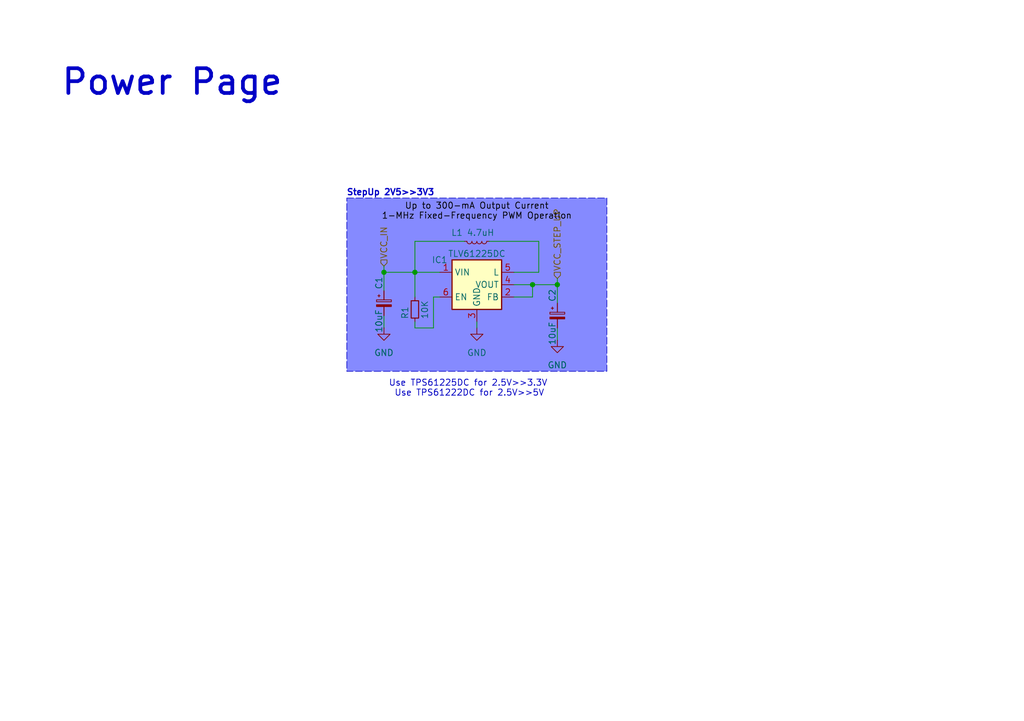
<source format=kicad_sch>
(kicad_sch (version 20250114) (generator "eeschema") (generator_version "9.0")
  (paper "A5")
  (title_block (title "${project_name} ${project_version}") (date "2024-12-02") (rev "${project_version}") (company "${project_creator}") (comment 1 "${project_license}"))
  (lib_symbols
    (symbol "Device:C_Polarized_Small" (pin_numbers (hide yes)) (pin_names (offset 0.254) (hide yes))
      (property "Reference" "C" (at 0.254 1.778 0))
      (property "Value" "C_Polarized_Small" (at 0.254 -2.032 0))
      (symbol "C_Polarized_Small_0_1"
        (rectangle (start -1.524 0.6858) (end 1.524 0.3048))
        (rectangle (start -1.524 -0.3048) (end 1.524 -0.6858) (fill (type outline)))
        (polyline (pts (xy -1.27 1.524) (xy -0.762 1.524)))
        (polyline (pts (xy -1.016 1.27) (xy -1.016 1.778)))
      )
      (symbol "C_Polarized_Small_1_1"
        (pin passive line (at 0 2.54 270) (length 1.8542) (name "~") (number "1"))
        (pin passive line (at 0 -2.54 90) (length 1.8542) (name "~") (number "2"))
      )
    )
    (symbol "Device:L_Small" (pin_numbers (hide yes)) (pin_names (offset 0.254) (hide yes))
      (property "Reference" "L" (at 0.762 1.016 0))
      (property "Value" "L_Small" (at 0.762 -1.016 0))
      (symbol "L_Small_0_1"
        (arc (start 0 2.032) (mid 0.5058 1.524) (end 0 1.016))
        (arc (start 0 1.016) (mid 0.5058 0.508) (end 0 0))
        (arc (start 0 0) (mid 0.5058 -0.508) (end 0 -1.016))
        (arc (start 0 -1.016) (mid 0.5058 -1.524) (end 0 -2.032))
      )
      (symbol "L_Small_1_1"
        (pin passive line (at 0 2.54 270) (length 0.508) (name "~") (number "1"))
        (pin passive line (at 0 -2.54 90) (length 0.508) (name "~") (number "2"))
      )
    )
    (symbol "Device:R_Small" (pin_numbers (hide yes)) (pin_names (offset 0.254) (hide yes))
      (property "Reference" "R" (at 0.762 0.508 0))
      (property "Value" "R_Small" (at 0.762 -1.016 0))
      (symbol "R_Small_0_1"
        (rectangle (start -0.762 1.778) (end 0.762 -1.778) (stroke (width 0.2032)))
      )
      (symbol "R_Small_1_1"
        (pin passive line (at 0 2.54 270) (length 0.762) (name "~") (number "1"))
        (pin passive line (at 0 -2.54 90) (length 0.762) (name "~") (number "2"))
      )
    )
    (symbol "GND_1" (power) (pin_numbers (hide yes)) (pin_names (offset 0) (hide yes))
      (property "Value" "GND" (at 0 -3.81 0))
      (symbol "GND_1_0_1"
        (polyline (pts (xy 0 0) (xy 0 -1.27) (xy 1.27 -1.27) (xy 0 -2.54) (xy -1.27 -1.27) (xy 0 -1.27)))
      )
      (symbol "GND_1_1_1"
        (pin power_in line (at 0 0 270) (length 0) (name "~") (number "1"))
      )
    )
    (symbol "Regulator_Switching:TLV61225DC"
      (property "Reference" "U" (at -5.08 6.35 0))
      (property "Value" "TLV61225DC" (at 0 6.35 0))
      (symbol "TLV61225DC_0_1"
        (rectangle (start -5.08 5.08) (end 5.08 -5.08) (stroke (width 0.254)) (fill (type background)))
      )
      (symbol "TLV61225DC_1_1"
        (pin power_in line (at -7.62 2.54 0) (length 2.54) (name "VIN") (number "1"))
        (pin input line (at -7.62 -2.54 0) (length 2.54) (name "EN") (number "6"))
        (pin power_in line (at 0 -7.62 90) (length 2.54) (name "GND") (number "3"))
        (pin input line (at 7.62 2.54 180) (length 2.54) (name "L") (number "5"))
        (pin power_out line (at 7.62 0 180) (length 2.54) (name "VOUT") (number "4"))
        (pin input line (at 7.62 -2.54 180) (length 2.54) (name "FB") (number "2"))
      )
    )
  )
  (rectangle (start 71.12 40.64) (end 124.46 76.2) (stroke (width 0.127) (type dash)) (fill (type color) (color 0 12 255 0.48)))
  (text "Up to 300-mA Output Current\n1-MHz Fixed-Frequency PWM Operation" (at 97.79 43.434 0) (effects (font (size 1.27 1.27))))
  (text "Use TPS61222DC for 2.5V>>5V" (at 96.266 80.772 0) (effects (font (size 1.27 1.27))))
  (text "Power Page" (at 35.306 17.018 0) (effects (font (size 5.08 5.08) (thickness 0.762) (bold yes))))
  (text "StepUp 2V5>>3V3" (at 89.154 40.386 0) (effects (font (size 1.27 1.27) (bold yes)) (justify right bottom)))
  (text "Use TPS61225DC for 2.5V>>3.3V" (at 96.012 78.74 0) (effects (font (size 1.27 1.27))))
  (junction (at 78.74 55.88))
  (junction (at 114.3 58.42))
  (junction (at 109.22 58.42))
  (junction (at 85.09 55.88))
  (wire (pts (xy 109.22 60.96) (xy 109.22 58.42)))
  (wire (pts (xy 97.79 66.04) (xy 97.79 67.31)))
  (wire (pts (xy 85.09 55.88) (xy 85.09 60.96)))
  (wire (pts (xy 109.22 58.42) (xy 114.3 58.42)))
  (wire (pts (xy 78.74 55.88) (xy 78.74 59.69)))
  (wire (pts (xy 78.74 54.61) (xy 78.74 55.88)))
  (wire (pts (xy 105.41 58.42) (xy 109.22 58.42)))
  (wire (pts (xy 114.3 58.42) (xy 114.3 62.23)))
  (wire (pts (xy 105.41 60.96) (xy 109.22 60.96)))
  (wire (pts (xy 88.9 60.96) (xy 90.17 60.96)))
  (wire (pts (xy 85.09 55.88) (xy 90.17 55.88)))
  (wire (pts (xy 78.74 55.88) (xy 85.09 55.88)))
  (wire (pts (xy 85.09 67.31) (xy 88.9 67.31)))
  (wire (pts (xy 114.3 57.15) (xy 114.3 58.42)))
  (wire (pts (xy 78.74 64.77) (xy 78.74 67.31)))
  (wire (pts (xy 85.09 49.53) (xy 85.09 55.88)))
  (wire (pts (xy 110.49 55.88) (xy 105.41 55.88)))
  (wire (pts (xy 85.09 66.04) (xy 85.09 67.31)))
  (wire (pts (xy 114.3 69.85) (xy 114.3 67.31)))
  (wire (pts (xy 95.25 49.53) (xy 85.09 49.53)))
  (wire (pts (xy 88.9 67.31) (xy 88.9 60.96)))
  (wire (pts (xy 100.33 49.53) (xy 110.49 49.53)))
  (wire (pts (xy 110.49 49.53) (xy 110.49 55.88)))
  (hierarchical_label "VCC_IN" (shape input) (at 78.74 54.61 90))
  (hierarchical_label "VCC_STEP_UP" (shape input) (at 114.3 57.15 90))
  (symbol (lib_id "Device:R_Small") (at 85.09 63.5 0) (unit 1)
    (property "Reference" "R1" (at 83.058 65.532 90) (effects (justify left)))
    (property "Value" "10K" (at 87.122 65.532 90) (effects (justify left)))
    (property "Footprint" "Resistor_SMD:R_0402_1005Metric" (effects (hide yes)))
    (property "Description" "Resistor, small symbol" (effects (hide yes)))
    (property "MPN" " RC0603FR-071K1L" (effects (hide yes)))
    (property "Mouser" "603-RC0603FR-071K1L" (effects (hide yes)))
  )
  (symbol (lib_name "GND_1") (lib_id "power:GND") (at 97.79 67.31 0) (unit 1)
    (property "Reference" "#PWR04" (effects (hide yes)))
    (property "Value" "GND" (at 97.79 72.39 0))
    (property "Description" "Power symbol creates a global label with name \"GND\" , ground" (effects (hide yes)))
  )
  (symbol (lib_id "Regulator_Switching:TLV61225DC") (at 97.79 58.42 0) (unit 1)
    (property "Reference" "IC1" (at 90.17 53.34 0))
    (property "Value" "TLV61225DC" (at 97.79 52.07 0))
    (property "Footprint" "Package_TO_SOT_SMD:SOT-363_SC-70-6" (effects (hide yes)))
    (property "Datasheet" "https://www.ti.com/lit/ds/symlink/tlv61225.pdf" (effects (hide yes)))
    (property "Description" "Fixed 3.3V Output Voltage Boost Converter with Power Diode and Isolation Switch, 5uA Quiescent Current, SOT-363" (effects (hide yes)))
  )
  (symbol (lib_id "Device:C_Polarized_Small") (at 78.74 62.23 0) (unit 1)
    (property "Reference" "C1" (at 77.724 59.436 90) (effects (justify left)))
    (property "Value" "10uF" (at 77.724 68.326 90) (effects (justify left)))
    (property "Footprint" "Capacitor_SMD:C_0603_1608Metric" (effects (hide yes)))
    (property "Datasheet" "TAJA106K016RNJ" (effects (hide yes)))
    (property "Description" "Polarized capacitor, small symbol" (effects (hide yes)))
  )
  (symbol (lib_name "GND_1") (lib_id "power:GND") (at 114.3 69.85 0) (unit 1)
    (property "Reference" "#PWR06" (effects (hide yes)))
    (property "Value" "GND" (at 114.3 74.93 0))
    (property "Description" "Power symbol creates a global label with name \"GND\" , ground" (effects (hide yes)))
  )
  (symbol (lib_id "Device:L_Small") (at 97.79 49.53 270) (unit 1)
    (property "Reference" "L1" (at 93.726 47.752 90))
    (property "Value" "4.7uH" (at 98.552 47.752 90))
    (property "Footprint" "Inductor_SMD:L_0603_1608Metric" (effects (hide yes)))
  )
  (symbol (lib_id "Device:C_Polarized_Small") (at 114.3 64.77 0) (unit 1)
    (property "Reference" "C2" (at 113.284 61.976 90) (effects (justify left)))
    (property "Value" "10uF" (at 113.284 70.866 90) (effects (justify left)))
    (property "Footprint" "Capacitor_SMD:C_0603_1608Metric" (effects (hide yes)))
    (property "Datasheet" "TAJA106K016RNJ" (effects (hide yes)))
    (property "Description" "Polarized capacitor, small symbol" (effects (hide yes)))
  )
  (symbol (lib_name "GND_1") (lib_id "power:GND") (at 78.74 67.31 0) (unit 1)
    (property "Reference" "#PWR03" (effects (hide yes)))
    (property "Value" "GND" (at 78.74 72.39 0))
    (property "Description" "Power symbol creates a global label with name \"GND\" , ground" (effects (hide yes)))
  )
)
</source>
